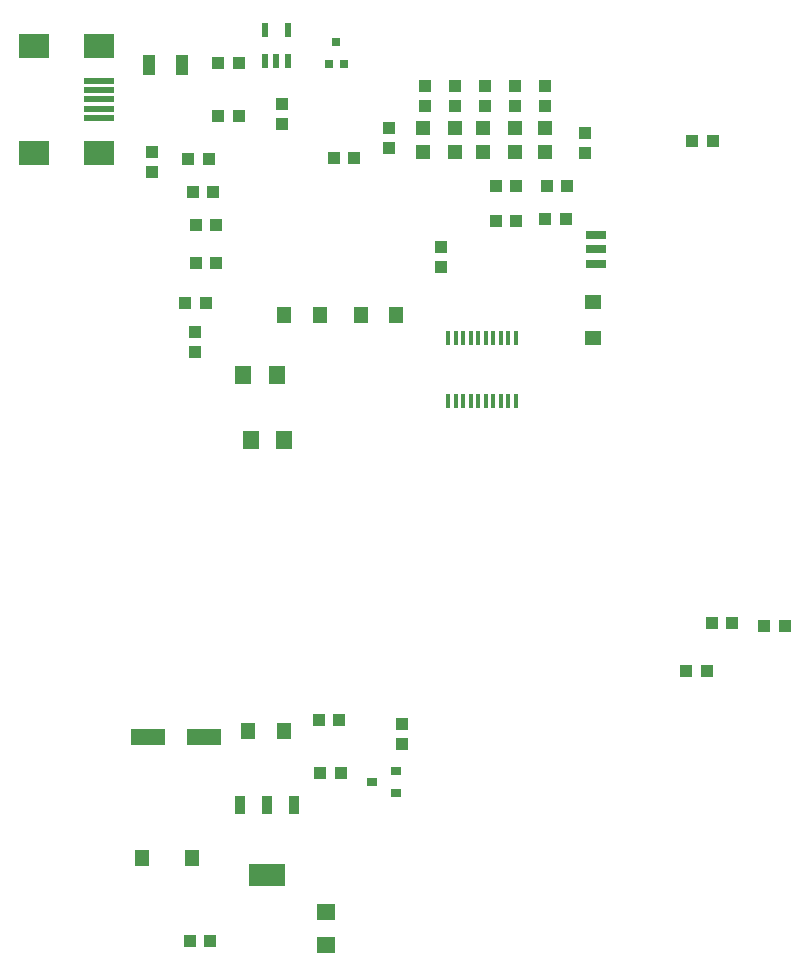
<source format=gtp>
G75*
%MOIN*%
%OFA0B0*%
%FSLAX25Y25*%
%IPPOS*%
%LPD*%
%AMOC8*
5,1,8,0,0,1.08239X$1,22.5*
%
%ADD10R,0.04331X0.03937*%
%ADD11R,0.03937X0.04331*%
%ADD12R,0.05512X0.06299*%
%ADD13R,0.06299X0.05512*%
%ADD14R,0.11811X0.05512*%
%ADD15R,0.05000X0.05787*%
%ADD16R,0.03937X0.07087*%
%ADD17R,0.03200X0.06000*%
%ADD18R,0.12300X0.07500*%
%ADD19R,0.05512X0.04724*%
%ADD20R,0.04724X0.05512*%
%ADD21R,0.04724X0.04724*%
%ADD22R,0.03543X0.03150*%
%ADD23R,0.02756X0.02756*%
%ADD24R,0.09843X0.01969*%
%ADD25R,0.09843X0.07874*%
%ADD26R,0.01500X0.04500*%
%ADD27R,0.02165X0.04724*%
%ADD28R,0.06693X0.02756*%
D10*
X0150987Y0015167D03*
X0157680Y0015167D03*
X0194487Y0071167D03*
X0201180Y0071167D03*
X0200680Y0088667D03*
X0193987Y0088667D03*
X0316487Y0105167D03*
X0323180Y0105167D03*
X0324987Y0121167D03*
X0331680Y0121167D03*
X0342487Y0120167D03*
X0349180Y0120167D03*
X0276180Y0255667D03*
X0269487Y0255667D03*
X0259680Y0255167D03*
X0252987Y0255167D03*
X0252987Y0266667D03*
X0259680Y0266667D03*
X0269987Y0266667D03*
X0276680Y0266667D03*
X0318487Y0281667D03*
X0325180Y0281667D03*
X0205680Y0276167D03*
X0198987Y0276167D03*
X0167180Y0290167D03*
X0160487Y0290167D03*
X0157180Y0275667D03*
X0150487Y0275667D03*
X0151987Y0264667D03*
X0158680Y0264667D03*
X0159680Y0253667D03*
X0152987Y0253667D03*
X0152987Y0241167D03*
X0159680Y0241167D03*
X0156180Y0227667D03*
X0149487Y0227667D03*
X0160487Y0307667D03*
X0167180Y0307667D03*
D11*
X0181833Y0294013D03*
X0181833Y0287320D03*
X0217333Y0286013D03*
X0217333Y0279320D03*
X0229333Y0293320D03*
X0229333Y0300013D03*
X0239333Y0300013D03*
X0239333Y0293320D03*
X0249333Y0293320D03*
X0249333Y0300013D03*
X0259333Y0300013D03*
X0259333Y0293320D03*
X0269333Y0293320D03*
X0269333Y0300013D03*
X0282833Y0284513D03*
X0282833Y0277820D03*
X0234833Y0246513D03*
X0234833Y0239820D03*
X0152833Y0218013D03*
X0152833Y0211320D03*
X0138333Y0271320D03*
X0138333Y0278013D03*
X0221833Y0087513D03*
X0221833Y0080820D03*
D12*
X0182345Y0182167D03*
X0171322Y0182167D03*
X0168822Y0203667D03*
X0179845Y0203667D03*
D13*
X0196333Y0024678D03*
X0196333Y0013655D03*
D14*
X0155782Y0083167D03*
X0136885Y0083167D03*
D15*
X0134869Y0042667D03*
X0151798Y0042667D03*
D16*
X0148345Y0307167D03*
X0137322Y0307167D03*
D17*
X0167823Y0060556D03*
X0176833Y0060556D03*
X0185773Y0060556D03*
D18*
X0176833Y0037167D03*
D19*
X0285333Y0216261D03*
X0285333Y0228072D03*
D20*
X0219739Y0223667D03*
X0207928Y0223667D03*
X0194239Y0223667D03*
X0182428Y0223667D03*
X0182239Y0085167D03*
X0170428Y0085167D03*
D21*
X0228833Y0278033D03*
X0228833Y0286301D03*
X0239333Y0286301D03*
X0239333Y0278033D03*
X0248833Y0278033D03*
X0248833Y0286301D03*
X0259333Y0286301D03*
X0259333Y0278033D03*
X0269333Y0278033D03*
X0269333Y0286301D03*
D22*
X0219770Y0071907D03*
X0219770Y0064427D03*
X0211503Y0068167D03*
D23*
X0202392Y0307525D03*
X0197274Y0307525D03*
X0199833Y0314808D03*
D24*
X0120676Y0301966D03*
X0120676Y0298816D03*
X0120676Y0295667D03*
X0120676Y0292517D03*
X0120676Y0289367D03*
D25*
X0120676Y0277950D03*
X0099022Y0277950D03*
X0099022Y0313383D03*
X0120676Y0313383D03*
D26*
X0237083Y0216217D03*
X0239583Y0216217D03*
X0242083Y0216217D03*
X0244583Y0216217D03*
X0247083Y0216217D03*
X0249583Y0216217D03*
X0252083Y0216217D03*
X0254583Y0216217D03*
X0257083Y0216217D03*
X0259583Y0216217D03*
X0259583Y0195117D03*
X0257083Y0195117D03*
X0254583Y0195117D03*
X0252083Y0195117D03*
X0249583Y0195117D03*
X0247083Y0195117D03*
X0244583Y0195117D03*
X0242083Y0195117D03*
X0239583Y0195117D03*
X0237083Y0195117D03*
D27*
X0183573Y0308548D03*
X0179833Y0308548D03*
X0176093Y0308548D03*
X0176093Y0318785D03*
X0183573Y0318785D03*
D28*
X0286333Y0250391D03*
X0286333Y0245667D03*
X0286333Y0240942D03*
M02*

</source>
